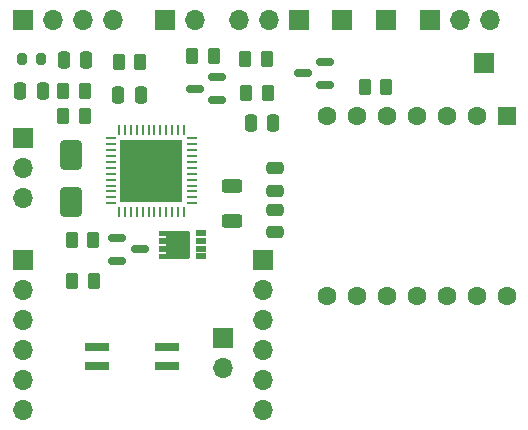
<source format=gbr>
%TF.GenerationSoftware,KiCad,Pcbnew,7.0.9*%
%TF.CreationDate,2024-04-10T12:07:57+02:00*%
%TF.ProjectId,Test_1,54657374-5f31-42e6-9b69-6361645f7063,rev?*%
%TF.SameCoordinates,Original*%
%TF.FileFunction,Soldermask,Top*%
%TF.FilePolarity,Negative*%
%FSLAX46Y46*%
G04 Gerber Fmt 4.6, Leading zero omitted, Abs format (unit mm)*
G04 Created by KiCad (PCBNEW 7.0.9) date 2024-04-10 12:07:57*
%MOMM*%
%LPD*%
G01*
G04 APERTURE LIST*
G04 Aperture macros list*
%AMRoundRect*
0 Rectangle with rounded corners*
0 $1 Rounding radius*
0 $2 $3 $4 $5 $6 $7 $8 $9 X,Y pos of 4 corners*
0 Add a 4 corners polygon primitive as box body*
4,1,4,$2,$3,$4,$5,$6,$7,$8,$9,$2,$3,0*
0 Add four circle primitives for the rounded corners*
1,1,$1+$1,$2,$3*
1,1,$1+$1,$4,$5*
1,1,$1+$1,$6,$7*
1,1,$1+$1,$8,$9*
0 Add four rect primitives between the rounded corners*
20,1,$1+$1,$2,$3,$4,$5,0*
20,1,$1+$1,$4,$5,$6,$7,0*
20,1,$1+$1,$6,$7,$8,$9,0*
20,1,$1+$1,$8,$9,$2,$3,0*%
%AMFreePoly0*
4,1,43,1.580355,1.210355,1.595000,1.175000,1.595000,0.775000,1.580355,0.739645,1.545000,0.725000,0.975000,0.725000,0.975000,0.575000,1.545000,0.575000,1.580355,0.560355,1.595000,0.525000,1.595000,0.125000,1.580355,0.089645,1.545000,0.075000,0.975000,0.075000,0.975000,-0.075000,1.545000,-0.075000,1.580355,-0.089645,1.595000,-0.125000,1.595000,-0.525000,1.580355,-0.560355,
1.545000,-0.575000,0.975000,-0.575000,0.975000,-0.725000,1.545000,-0.725000,1.580355,-0.739645,1.595000,-0.775000,1.595000,-1.175000,1.580355,-1.210355,1.545000,-1.225000,0.925000,-1.225000,0.889645,-1.210355,0.875000,-1.175000,-0.925000,-1.175000,-0.960355,-1.160355,-0.975000,-1.125000,-0.975000,1.125000,-0.960355,1.160355,-0.925000,1.175000,0.875000,1.175000,0.889645,1.210355,
0.925000,1.225000,1.545000,1.225000,1.580355,1.210355,1.580355,1.210355,$1*%
G04 Aperture macros list end*
%ADD10RoundRect,0.250000X-0.262500X-0.450000X0.262500X-0.450000X0.262500X0.450000X-0.262500X0.450000X0*%
%ADD11R,2.159000X0.660400*%
%ADD12RoundRect,0.250000X-0.250000X-0.475000X0.250000X-0.475000X0.250000X0.475000X-0.250000X0.475000X0*%
%ADD13R,1.700000X1.700000*%
%ADD14O,1.700000X1.700000*%
%ADD15RoundRect,0.150000X-0.587500X-0.150000X0.587500X-0.150000X0.587500X0.150000X-0.587500X0.150000X0*%
%ADD16RoundRect,0.250000X0.262500X0.450000X-0.262500X0.450000X-0.262500X-0.450000X0.262500X-0.450000X0*%
%ADD17RoundRect,0.250000X-0.650000X1.000000X-0.650000X-1.000000X0.650000X-1.000000X0.650000X1.000000X0*%
%ADD18RoundRect,0.250000X-0.625000X0.312500X-0.625000X-0.312500X0.625000X-0.312500X0.625000X0.312500X0*%
%ADD19RoundRect,0.200000X0.200000X0.275000X-0.200000X0.275000X-0.200000X-0.275000X0.200000X-0.275000X0*%
%ADD20RoundRect,0.250000X0.250000X0.475000X-0.250000X0.475000X-0.250000X-0.475000X0.250000X-0.475000X0*%
%ADD21RoundRect,0.150000X0.587500X0.150000X-0.587500X0.150000X-0.587500X-0.150000X0.587500X-0.150000X0*%
%ADD22RoundRect,0.250000X0.475000X-0.250000X0.475000X0.250000X-0.475000X0.250000X-0.475000X-0.250000X0*%
%ADD23RoundRect,0.062500X0.337500X0.062500X-0.337500X0.062500X-0.337500X-0.062500X0.337500X-0.062500X0*%
%ADD24RoundRect,0.062500X0.062500X0.337500X-0.062500X0.337500X-0.062500X-0.337500X0.062500X-0.337500X0*%
%ADD25R,5.300000X5.300000*%
%ADD26RoundRect,0.050000X0.415000X0.200000X-0.415000X0.200000X-0.415000X-0.200000X0.415000X-0.200000X0*%
%ADD27FreePoly0,180.000000*%
%ADD28RoundRect,0.250000X-0.475000X0.250000X-0.475000X-0.250000X0.475000X-0.250000X0.475000X0.250000X0*%
%ADD29R,1.600000X1.600000*%
%ADD30C,1.600000*%
G04 APERTURE END LIST*
D10*
%TO.C,R3*%
X82187500Y-127200000D03*
X84012500Y-127200000D03*
%TD*%
D11*
%TO.C,L1*%
X85028200Y-148899800D03*
X85028200Y-150500000D03*
X90971800Y-150500000D03*
X90971800Y-148899800D03*
%TD*%
D12*
%TO.C,C7*%
X98050000Y-129900000D03*
X99950000Y-129900000D03*
%TD*%
D13*
%TO.C,JP1*%
X113200000Y-121200000D03*
D14*
X115740000Y-121200000D03*
X118280000Y-121200000D03*
%TD*%
D15*
%TO.C,Q3*%
X86762500Y-139650000D03*
X86762500Y-141550000D03*
X88637500Y-140600000D03*
%TD*%
D10*
%TO.C,R6*%
X93087500Y-124200000D03*
X94912500Y-124200000D03*
%TD*%
%TO.C,R11*%
X82937500Y-143250000D03*
X84762500Y-143250000D03*
%TD*%
D16*
%TO.C,R4*%
X99512500Y-127400000D03*
X97687500Y-127400000D03*
%TD*%
D17*
%TO.C,D1*%
X82800000Y-132600000D03*
X82800000Y-136600000D03*
%TD*%
D18*
%TO.C,R1*%
X96500000Y-135237500D03*
X96500000Y-138162500D03*
%TD*%
D12*
%TO.C,C5*%
X86850000Y-127500000D03*
X88750000Y-127500000D03*
%TD*%
D13*
%TO.C,JP2*%
X102100000Y-121200000D03*
D14*
X99560000Y-121200000D03*
X97020000Y-121200000D03*
%TD*%
D12*
%TO.C,C4*%
X78550000Y-127200000D03*
X80450000Y-127200000D03*
%TD*%
D19*
%TO.C,R2*%
X80325000Y-124500000D03*
X78675000Y-124500000D03*
%TD*%
D20*
%TO.C,C3*%
X84100000Y-124600000D03*
X82200000Y-124600000D03*
%TD*%
D21*
%TO.C,Q2*%
X95187500Y-127950000D03*
X95187500Y-126050000D03*
X93312500Y-127000000D03*
%TD*%
D13*
%TO.C,J6*%
X109500000Y-121200000D03*
%TD*%
D22*
%TO.C,C2*%
X100100000Y-135650000D03*
X100100000Y-133750000D03*
%TD*%
D16*
%TO.C,R7*%
X84012500Y-129300000D03*
X82187500Y-129300000D03*
%TD*%
D13*
%TO.C,JP3*%
X78740000Y-131200000D03*
D14*
X78740000Y-133740000D03*
X78740000Y-136280000D03*
%TD*%
D23*
%TO.C,U1*%
X93100000Y-136700000D03*
X93100000Y-136200000D03*
X93100000Y-135700000D03*
X93100000Y-135200000D03*
X93100000Y-134700000D03*
X93100000Y-134200000D03*
X93100000Y-133700000D03*
X93100000Y-133200000D03*
X93100000Y-132700000D03*
X93100000Y-132200000D03*
X93100000Y-131700000D03*
X93100000Y-131200000D03*
D24*
X92400000Y-130500000D03*
X91900000Y-130500000D03*
X91400000Y-130500000D03*
X90900000Y-130500000D03*
X90400000Y-130500000D03*
X89900000Y-130500000D03*
X89400000Y-130500000D03*
X88900000Y-130500000D03*
X88400000Y-130500000D03*
X87900000Y-130500000D03*
X87400000Y-130500000D03*
X86900000Y-130500000D03*
D23*
X86200000Y-131200000D03*
X86200000Y-131700000D03*
X86200000Y-132200000D03*
X86200000Y-132700000D03*
X86200000Y-133200000D03*
X86200000Y-133700000D03*
X86200000Y-134200000D03*
X86200000Y-134700000D03*
X86200000Y-135200000D03*
X86200000Y-135700000D03*
X86200000Y-136200000D03*
X86200000Y-136700000D03*
D24*
X86900000Y-137400000D03*
X87400000Y-137400000D03*
X87900000Y-137400000D03*
X88400000Y-137400000D03*
X88900000Y-137400000D03*
X89400000Y-137400000D03*
X89900000Y-137400000D03*
X90400000Y-137400000D03*
X90900000Y-137400000D03*
X91400000Y-137400000D03*
X91900000Y-137400000D03*
X92400000Y-137400000D03*
D25*
X89650000Y-133950000D03*
%TD*%
D10*
%TO.C,R8*%
X107687500Y-126850000D03*
X109512500Y-126850000D03*
%TD*%
D13*
%TO.C,J5*%
X105800000Y-121200000D03*
%TD*%
D16*
%TO.C,R9*%
X84712500Y-139800000D03*
X82887500Y-139800000D03*
%TD*%
D13*
%TO.C,J2*%
X95700000Y-148125000D03*
D14*
X95700000Y-150665000D03*
%TD*%
D10*
%TO.C,R10*%
X97587500Y-124500000D03*
X99412500Y-124500000D03*
%TD*%
D26*
%TO.C,Q1*%
X93820000Y-141201000D03*
X93820000Y-140551000D03*
X93820000Y-139901000D03*
X93820000Y-139251000D03*
D27*
X91880000Y-140226000D03*
%TD*%
D10*
%TO.C,R5*%
X86887500Y-124700000D03*
X88712500Y-124700000D03*
%TD*%
D13*
%TO.C,J3*%
X90760000Y-121200000D03*
D14*
X93300000Y-121200000D03*
%TD*%
D21*
%TO.C,Q4*%
X104337500Y-126650000D03*
X104337500Y-124750000D03*
X102462500Y-125700000D03*
%TD*%
D28*
%TO.C,C1*%
X100100000Y-137250000D03*
X100100000Y-139150000D03*
%TD*%
D29*
%TO.C,U2*%
X119720000Y-129280000D03*
D30*
X117180000Y-129280000D03*
X114640000Y-129280000D03*
X112100000Y-129280000D03*
X109560000Y-129280000D03*
X107020000Y-129280000D03*
X104480000Y-129280000D03*
X104480000Y-144520000D03*
X107020000Y-144520000D03*
X109560000Y-144520000D03*
X112100000Y-144520000D03*
X114640000Y-144520000D03*
X117180000Y-144520000D03*
X119720000Y-144520000D03*
%TD*%
D13*
%TO.C,J1*%
X78740000Y-121158000D03*
D14*
X81280000Y-121158000D03*
X83820000Y-121158000D03*
X86360000Y-121158000D03*
%TD*%
D13*
%TO.C,J106*%
X99060000Y-141478000D03*
D14*
X99060000Y-144018000D03*
X99060000Y-146558000D03*
X99060000Y-149098000D03*
X99060000Y-151638000D03*
X99060000Y-154178000D03*
%TD*%
D13*
%TO.C,J4*%
X117790000Y-124790000D03*
%TD*%
%TO.C,J105*%
X78740000Y-141478000D03*
D14*
X78740000Y-144018000D03*
X78740000Y-146558000D03*
X78740000Y-149098000D03*
X78740000Y-151638000D03*
X78740000Y-154178000D03*
%TD*%
M02*

</source>
